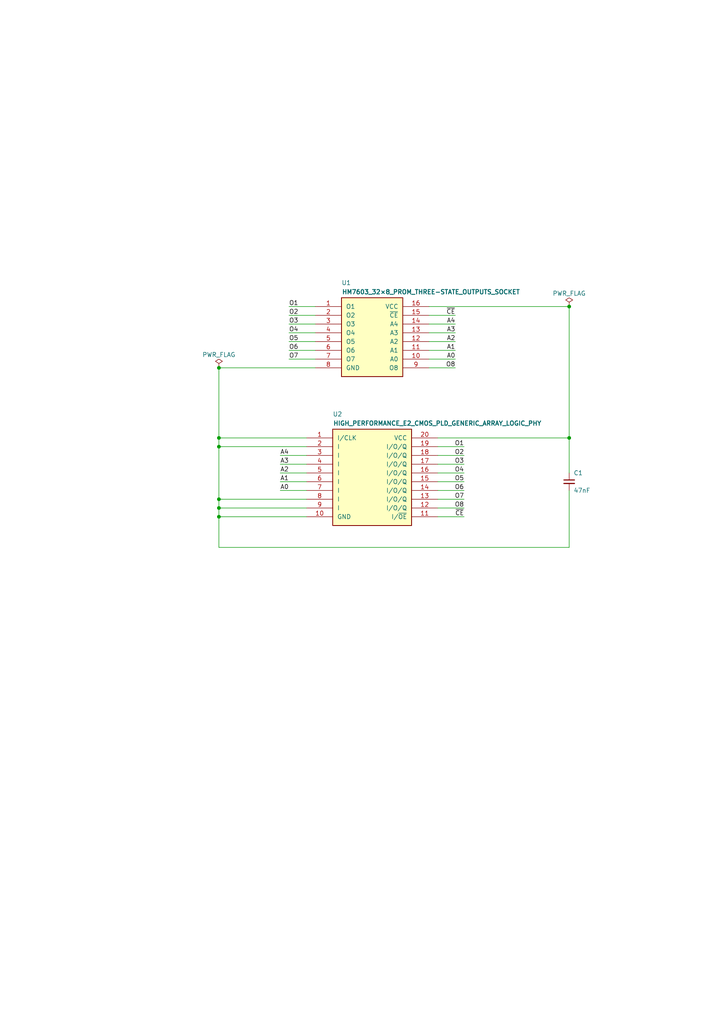
<source format=kicad_sch>
(kicad_sch (version 20230121) (generator eeschema)
  (paper "A4" portrait)
  (title_block (date "2024-11-03"))
  (lib_symbols
    (symbol "Device:C_Small" (pin_numbers hide) (pin_names (offset 0.254) hide)
      (property "Reference" "C" (at 0.254 1.778 0))
      (property "Value" "C_Small" (at 0.254 -2.032 0))
      (symbol "C_Small_0_1"
        (polyline (pts (xy -1.524 -0.508) (xy 1.524 -0.508)) (stroke (width 0.3302)))
        (polyline (pts (xy -1.524 0.508) (xy 1.524 0.508)) (stroke (width 0.3048)))
      )
      (symbol "C_Small_1_1"
        (pin passive line (at 0 2.54 270) (length 2.032) (name "~") (number "1"))
        (pin passive line (at 0 -2.54 90) (length 2.032) (name "~") (number "2"))
      )
    )
    (symbol "gal16v8:HIGH_PERFORMANCE_E2_CMOS_PLD_GENERIC_ARRAY_LOGIC_PHY" (pin_names (offset 1.27))
      (property "Reference" "U" (at -11.43 19.05 0))
      (property "Value" "HIGH_PERFORMANCE_E2_CMOS_PLD_GENERIC_ARRAY_LOGIC_PHY" (at -11.43 16.51 0))
      (symbol "HIGH_PERFORMANCE_E2_CMOS_PLD_GENERIC_ARRAY_LOGIC_PHY_0_0"
        (rectangle (start -11.43 13.97) (end 11.43 -13.97) (stroke (width 0.254)) (fill (type background)))
        (pin input line (at -19.05 11.43 0) (length 7.62) (name "I/CLK") (number "1"))
        (pin power_in line (at -19.05 -11.43 0) (length 7.62) (name "GND") (number "10"))
        (pin input line (at 19.05 -11.43 180) (length 7.62) (name "I/~{OE}") (number "11"))
        (pin bidirectional line (at 19.05 -8.89 180) (length 7.62) (name "I/O/Q") (number "12"))
        (pin bidirectional line (at 19.05 -6.35 180) (length 7.62) (name "I/O/Q") (number "13"))
        (pin bidirectional line (at 19.05 -3.81 180) (length 7.62) (name "I/O/Q") (number "14"))
        (pin bidirectional line (at 19.05 -1.27 180) (length 7.62) (name "I/O/Q") (number "15"))
        (pin bidirectional line (at 19.05 1.27 180) (length 7.62) (name "I/O/Q") (number "16"))
        (pin bidirectional line (at 19.05 3.81 180) (length 7.62) (name "I/O/Q") (number "17"))
        (pin bidirectional line (at 19.05 6.35 180) (length 7.62) (name "I/O/Q") (number "18"))
        (pin bidirectional line (at 19.05 8.89 180) (length 7.62) (name "I/O/Q") (number "19"))
        (pin input line (at -19.05 8.89 0) (length 7.62) (name "I") (number "2"))
        (pin power_in line (at 19.05 11.43 180) (length 7.62) (name "VCC") (number "20"))
        (pin input line (at -19.05 6.35 0) (length 7.62) (name "I") (number "3"))
        (pin input line (at -19.05 3.81 0) (length 7.62) (name "I") (number "4"))
        (pin input line (at -19.05 1.27 0) (length 7.62) (name "I") (number "5"))
        (pin input line (at -19.05 -1.27 0) (length 7.62) (name "I") (number "6"))
        (pin input line (at -19.05 -3.81 0) (length 7.62) (name "I") (number "7"))
        (pin input line (at -19.05 -6.35 0) (length 7.62) (name "I") (number "8"))
        (pin input line (at -19.05 -8.89 0) (length 7.62) (name "I") (number "9"))
      )
    )
    (symbol "hm7603:HM7603_32×8_PROM_THREE-STATE_OUTPUTS_SOCKET" (pin_names (offset 1.27))
      (property "Reference" "U" (at -8.89 16.51 0))
      (property "Value" "HM7603_32×8_PROM_THREE-STATE_OUTPUTS_SOCKET" (at -8.89 13.97 0))
      (symbol "HM7603_32×8_PROM_THREE-STATE_OUTPUTS_SOCKET_0_0"
        (rectangle (start -8.89 11.43) (end 8.89 -11.43) (stroke (width 0.254)) (fill (type background)))
        (pin passive line (at -16.51 8.89 0) (length 7.62) (name "O1") (number "1"))
        (pin passive line (at 16.51 -6.35 180) (length 7.62) (name "A0") (number "10"))
        (pin passive line (at 16.51 -3.81 180) (length 7.62) (name "A1") (number "11"))
        (pin passive line (at 16.51 -1.27 180) (length 7.62) (name "A2") (number "12"))
        (pin passive line (at 16.51 1.27 180) (length 7.62) (name "A3") (number "13"))
        (pin passive line (at 16.51 3.81 180) (length 7.62) (name "A4") (number "14"))
        (pin passive line (at 16.51 6.35 180) (length 7.62) (name "~{CE}") (number "15"))
        (pin passive line (at 16.51 8.89 180) (length 7.62) (name "VCC") (number "16"))
        (pin passive line (at -16.51 6.35 0) (length 7.62) (name "O2") (number "2"))
        (pin passive line (at -16.51 3.81 0) (length 7.62) (name "O3") (number "3"))
        (pin passive line (at -16.51 1.27 0) (length 7.62) (name "O4") (number "4"))
        (pin passive line (at -16.51 -1.27 0) (length 7.62) (name "O5") (number "5"))
        (pin passive line (at -16.51 -3.81 0) (length 7.62) (name "O6") (number "6"))
        (pin passive line (at -16.51 -6.35 0) (length 7.62) (name "O7") (number "7"))
        (pin passive line (at -16.51 -8.89 0) (length 7.62) (name "GND") (number "8"))
        (pin passive line (at 16.51 -8.89 180) (length 7.62) (name "O8") (number "9"))
      )
    )
    (symbol "power:PWR_FLAG" (power) (pin_numbers hide) (pin_names (offset 0) hide)
      (property "Value" "PWR_FLAG" (at 0 3.81 0))
      (symbol "PWR_FLAG_0_0"
        (pin power_out line (at 0 0 90) (length 0) (name "pwr") (number "1"))
      )
      (symbol "PWR_FLAG_0_1"
        (polyline (pts (xy 0 0) (xy 0 1.27) (xy -1.016 1.905) (xy 0 2.54) (xy 1.016 1.905) (xy 0 1.27)))
      )
    )
  )
  (junction (at 63.5 149.86))
  (junction (at 63.5 106.68))
  (junction (at 165.1 88.9))
  (junction (at 63.5 147.32))
  (junction (at 63.5 129.54))
  (junction (at 63.5 144.78))
  (junction (at 63.5 127))
  (junction (at 165.1 127))
  (wire (pts (xy 63.5 127) (xy 88.9 127)))
  (wire (pts (xy 63.5 106.68) (xy 63.5 127)))
  (wire (pts (xy 63.5 129.54) (xy 63.5 144.78)))
  (wire (pts (xy 165.1 127) (xy 165.1 137.16)))
  (wire (pts (xy 124.46 104.14) (xy 132.08 104.14)))
  (wire (pts (xy 81.28 134.62) (xy 88.9 134.62)))
  (wire (pts (xy 127 142.24) (xy 134.62 142.24)))
  (wire (pts (xy 127 129.54) (xy 134.62 129.54)))
  (wire (pts (xy 127 139.7) (xy 134.62 139.7)))
  (wire (pts (xy 127 134.62) (xy 134.62 134.62)))
  (wire (pts (xy 124.46 88.9) (xy 165.1 88.9)))
  (wire (pts (xy 63.5 147.32) (xy 88.9 147.32)))
  (wire (pts (xy 83.82 93.98) (xy 91.44 93.98)))
  (wire (pts (xy 63.5 144.78) (xy 63.5 147.32)))
  (wire (pts (xy 83.82 99.06) (xy 91.44 99.06)))
  (wire (pts (xy 63.5 144.78) (xy 88.9 144.78)))
  (wire (pts (xy 127 132.08) (xy 134.62 132.08)))
  (wire (pts (xy 63.5 149.86) (xy 88.9 149.86)))
  (wire (pts (xy 63.5 158.75) (xy 165.1 158.75)))
  (wire (pts (xy 165.1 142.24) (xy 165.1 158.75)))
  (wire (pts (xy 81.28 137.16) (xy 88.9 137.16)))
  (wire (pts (xy 124.46 101.6) (xy 132.08 101.6)))
  (wire (pts (xy 83.82 101.6) (xy 91.44 101.6)))
  (wire (pts (xy 63.5 147.32) (xy 63.5 149.86)))
  (wire (pts (xy 124.46 96.52) (xy 132.08 96.52)))
  (wire (pts (xy 63.5 129.54) (xy 88.9 129.54)))
  (wire (pts (xy 63.5 127) (xy 63.5 129.54)))
  (wire (pts (xy 124.46 106.68) (xy 132.08 106.68)))
  (wire (pts (xy 81.28 132.08) (xy 88.9 132.08)))
  (wire (pts (xy 83.82 96.52) (xy 91.44 96.52)))
  (wire (pts (xy 124.46 91.44) (xy 132.08 91.44)))
  (wire (pts (xy 165.1 88.9) (xy 165.1 127)))
  (wire (pts (xy 81.28 142.24) (xy 88.9 142.24)))
  (wire (pts (xy 124.46 93.98) (xy 132.08 93.98)))
  (wire (pts (xy 127 144.78) (xy 134.62 144.78)))
  (wire (pts (xy 91.44 106.68) (xy 63.5 106.68)))
  (wire (pts (xy 127 149.86) (xy 134.62 149.86)))
  (wire (pts (xy 83.82 88.9) (xy 91.44 88.9)))
  (wire (pts (xy 127 137.16) (xy 134.62 137.16)))
  (wire (pts (xy 83.82 104.14) (xy 91.44 104.14)))
  (wire (pts (xy 127 147.32) (xy 134.62 147.32)))
  (wire (pts (xy 63.5 149.86) (xy 63.5 158.75)))
  (wire (pts (xy 83.82 91.44) (xy 91.44 91.44)))
  (wire (pts (xy 124.46 99.06) (xy 132.08 99.06)))
  (wire (pts (xy 81.28 139.7) (xy 88.9 139.7)))
  (wire (pts (xy 127 127) (xy 165.1 127)))
  (label "O6" (at 83.82 101.6 0))
  (label "A0" (at 132.08 104.14 180))
  (label "O8" (at 134.62 147.32 180))
  (label "O1" (at 83.82 88.9 0))
  (label "~{CE}" (at 132.08 91.44 180))
  (label "O7" (at 134.62 144.78 180))
  (label "O7" (at 83.82 104.14 0))
  (label "A0" (at 81.28 142.24 0))
  (label "A4" (at 132.08 93.98 180))
  (label "O3" (at 134.62 134.62 180))
  (label "A3" (at 132.08 96.52 180))
  (label "A3" (at 81.28 134.62 0))
  (label "O2" (at 134.62 132.08 180))
  (label "O5" (at 134.62 139.7 180))
  (label "A2" (at 81.28 137.16 0))
  (label "O4" (at 134.62 137.16 180))
  (label "~{CE}" (at 134.62 149.86 180))
  (label "A2" (at 132.08 99.06 180))
  (label "O6" (at 134.62 142.24 180))
  (label "O5" (at 83.82 99.06 0))
  (label "O3" (at 83.82 93.98 0))
  (label "A1" (at 81.28 139.7 0))
  (label "A1" (at 132.08 101.6 180))
  (label "O1" (at 134.62 129.54 180))
  (label "O2" (at 83.82 91.44 0))
  (label "A4" (at 81.28 132.08 0))
  (label "O4" (at 83.82 96.52 0))
  (label "O8" (at 132.08 106.68 180))
  (symbol (lib_id "gal16v8:HIGH_PERFORMANCE_E2_CMOS_PLD_GENERIC_ARRAY_LOGIC_PHY") (at 107.95 138.43 0) (unit 1)
    (property "Reference" "U2" (at 96.52 119.38 0) (effects (justify left top)))
    (property "Value" "HIGH_PERFORMANCE_E2_CMOS_PLD_GENERIC_ARRAY_LOGIC_PHY" (at 96.52 121.92 0) (effects (font bold) (justify left top)))
    (property "Footprint" "Package_DIP:DIP-20_W7.62mm_LongPads" (effects hide))
    (property "Datasheet" "https://www.latticesemi.com/-/media/LatticeSemi/Documents/DataSheets/GAL/GAL16V8883DataSheet.ashx" (effects hide))
  )
  (symbol (lib_id "power:PWR_FLAG") (at 165.1 88.9 0) (unit 1)
    (property "Reference" "#FLG01" (effects hide))
    (property "Value" "PWR_FLAG" (at 165.1 85.09 0))
  )
  (symbol (lib_id "hm7603:HM7603_32×8_PROM_THREE-STATE_OUTPUTS_SOCKET") (at 107.95 97.79 0) (unit 1)
    (property "Reference" "U1" (at 99.06 81.28 0) (effects (justify left top)))
    (property "Value" "HM7603_32×8_PROM_THREE-STATE_OUTPUTS_SOCKET" (at 99.06 83.82 0) (effects (font bold) (justify left top)))
    (property "Footprint" "Package_DIP:DIP-16_W7.62mm_LongPads" (effects hide))
    (property "Datasheet" "https://raw.githubusercontent.com/sporniket/kicad-symbols-generated/main/reference-materials/commons/eprom/hm7603.pdf" (effects hide))
  )
  (symbol (lib_id "power:PWR_FLAG") (at 63.5 106.68 0) (unit 1)
    (property "Reference" "#FLG02" (effects hide))
    (property "Value" "PWR_FLAG" (at 63.5 102.87 0))
  )
  (symbol (lib_id "Device:C_Small") (at 165.1 139.7 0) (unit 1)
    (property "Reference" "C1" (at 166.37 137.16 0) (effects (justify left)))
    (property "Value" "47nF" (at 166.37 142.24 0) (effects (justify left)))
  )
)
</source>
